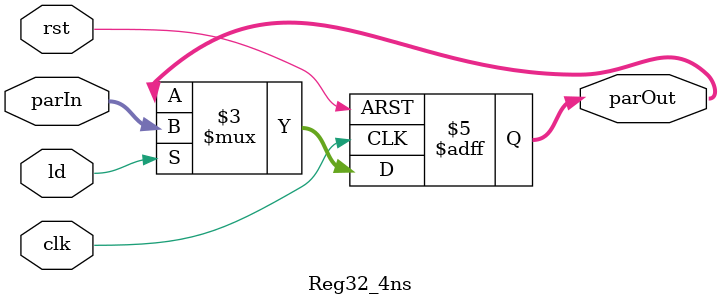
<source format=v>
`timescale 1ns/1ns
module Reg32_4ns(input clk, rst, ld, input [31:0] parIn, output reg [31:0] parOut);
    always @(posedge clk, posedge rst) begin
        #4
        if(rst) parOut = 32'b0;
        else if(ld) parOut = parIn;
        else parOut = parOut;
    end
endmodule
</source>
